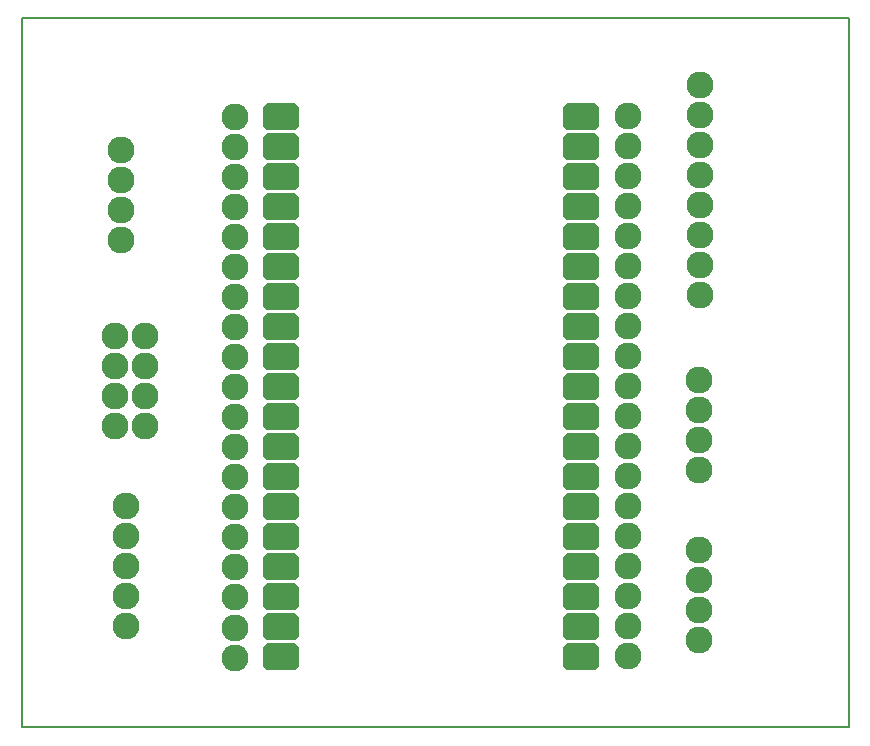
<source format=gbr>
G04 PROTEUS RS274X GERBER FILE*
%FSLAX45Y45*%
%MOMM*%
G01*
%AMPPAD011*
4,1,8,
1.524000,0.763800,
1.524000,-0.763800,
1.144800,-1.143000,
-1.144800,-1.143000,
-1.524000,-0.763800,
-1.524000,0.763800,
-1.144800,1.143000,
1.144800,1.143000,
1.524000,0.763800,
0*%
%ADD71PPAD011*%
%ADD20C,2.286000*%
%ADD13C,0.203200*%
D71*
X-1307623Y+2166179D03*
X-1307623Y+1912179D03*
X-1307623Y+1658179D03*
X-1307623Y+1404179D03*
X-1307623Y+1150179D03*
X-1307623Y+896179D03*
X-1307623Y+642179D03*
X-1307623Y+388179D03*
X-1307623Y+134179D03*
X-1307623Y-119812D03*
X-1307623Y-373821D03*
X-1307623Y-627821D03*
X-1307623Y-881821D03*
X-1307623Y-1135821D03*
X-1307623Y-1389821D03*
X-1307623Y-1643821D03*
X-1307623Y-1897821D03*
X-1307623Y-2151821D03*
X-1307623Y-2405821D03*
X+1232377Y-2405821D03*
X+1232377Y-2151821D03*
X+1232377Y-1897821D03*
X+1232377Y-1643821D03*
X+1232377Y-1389821D03*
X+1232377Y-1135821D03*
X+1232377Y-881821D03*
X+1232377Y-627821D03*
X+1232377Y-373821D03*
X+1232377Y-119812D03*
X+1232377Y+134179D03*
X+1232377Y+388179D03*
X+1232377Y+642179D03*
X+1232377Y+896179D03*
X+1232377Y+1150179D03*
X+1232377Y+1404179D03*
X+1232377Y+1658179D03*
X+1232377Y+1912179D03*
X+1232377Y+2166179D03*
D20*
X-2617623Y-2144599D03*
X-2617623Y-1890599D03*
X-2617623Y-1636599D03*
X-2617623Y-1382599D03*
X-2617623Y-1128599D03*
X-2665377Y+1884821D03*
X-2665377Y+1630821D03*
X-2665377Y+1376821D03*
X-2665377Y+1122821D03*
X+2232377Y-58222D03*
X+2232377Y-312222D03*
X+2232377Y-566222D03*
X+2232377Y-820222D03*
X+2232377Y-1499420D03*
X+2232377Y-1753420D03*
X+2232377Y-2007420D03*
X+2232377Y-2261420D03*
X-2711939Y+309232D03*
X-2711939Y+55232D03*
X-2711939Y-198768D03*
X-2711939Y-452768D03*
X-2457939Y-452768D03*
X-2457939Y-198768D03*
X-2457939Y+55232D03*
X-2457939Y+309232D03*
X+2245037Y+2431519D03*
X+2245037Y+2177519D03*
X+2245037Y+1923519D03*
X+2245037Y+1669519D03*
X+2245037Y+1415519D03*
X+2245037Y+1161519D03*
X+2245037Y+907519D03*
X+2245037Y+653519D03*
X-1697623Y+2161179D03*
X-1697623Y+1907179D03*
X-1697623Y+1653179D03*
X-1697623Y+1399179D03*
X-1697623Y+1145179D03*
X-1697623Y+891179D03*
X-1697623Y+637179D03*
X-1697623Y+383179D03*
X-1697623Y+129179D03*
X-1697623Y-124821D03*
X-1697623Y-378821D03*
X-1697623Y-632821D03*
X-1697623Y-886821D03*
X-1697623Y-1140821D03*
X-1697623Y-1394821D03*
X-1697623Y-1648821D03*
X-1697623Y-1902821D03*
X-1697623Y-2157821D03*
X-1697623Y-2411821D03*
X+1632377Y+2171179D03*
X+1632377Y+1917179D03*
X+1632377Y+1663179D03*
X+1632377Y+1409179D03*
X+1632377Y+1155179D03*
X+1632377Y+901179D03*
X+1632377Y+647179D03*
X+1632377Y+393179D03*
X+1632377Y+139179D03*
X+1632377Y-114821D03*
X+1632377Y-368821D03*
X+1632377Y-622821D03*
X+1632377Y-876821D03*
X+1632377Y-1130821D03*
X+1632377Y-1384821D03*
X+1632377Y-1638821D03*
X+1632377Y-1892821D03*
X+1632377Y-2147821D03*
X+1632377Y-2401821D03*
D13*
X-3500000Y-3000000D02*
X+3500000Y-3000000D01*
X+3500000Y+3000000D01*
X-3500000Y+3000000D01*
X-3500000Y-3000000D01*
M02*

</source>
